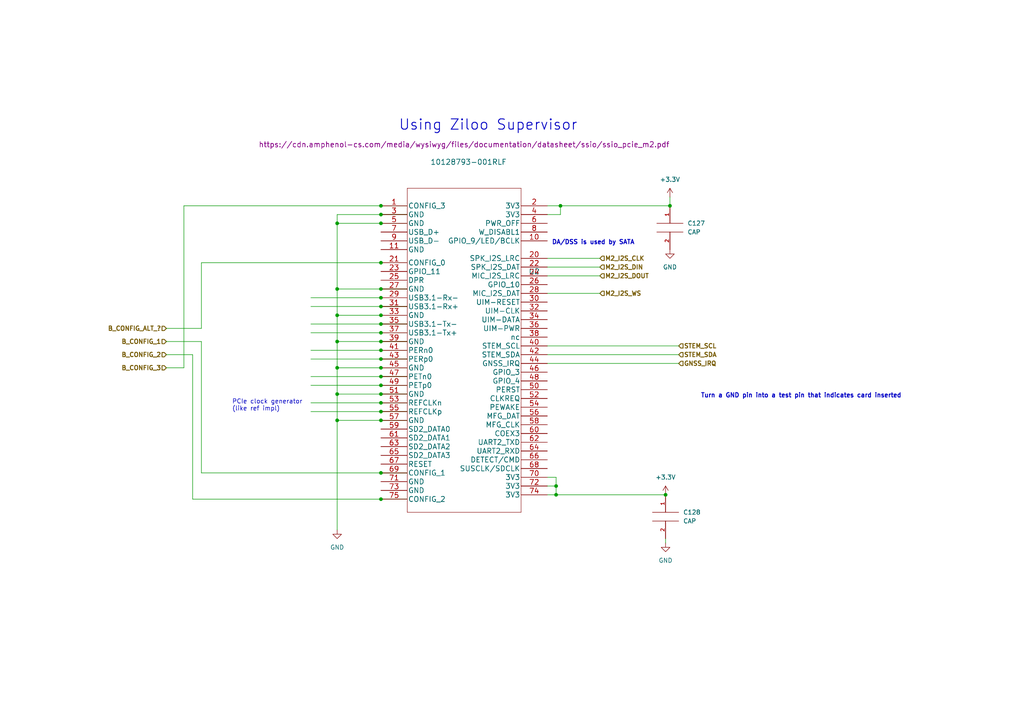
<source format=kicad_sch>
(kicad_sch (version 20211123) (generator eeschema)
  (paper "A4")
  (lib_symbols
    (symbol "Ziloo:10128793-001RLF" (pin_names (offset 0.254))
      (property "Reference" "U" (at -1.27 44.45 0))
      (property "Value" "10128793-001RLF" (at 1.27 41.91 0))
      (property "Datasheet" "https://cdn.amphenol-cs.com/media/wysiwyg/files/documentation/datasheet/ssio/ssio_pcie_m2.pdf" (at 2.54 -62.23 0))
      (symbol "10128793-001RLF_1_1"
        (polyline (pts (xy -16.51 -54.61) (xy 16.51 -54.61)) (stroke (width 0.127)))
        (polyline (pts (xy -16.51 39.37) (xy -16.51 -54.61)) (stroke (width 0.127)))
        (polyline (pts (xy 16.51 -54.61) (xy 16.51 39.37)) (stroke (width 0.127)))
        (polyline (pts (xy 16.51 39.37) (xy -16.51 39.37)) (stroke (width 0.127)))
        (pin unspecified line (at -24.13 34.29 0) (length 7.62) (name "CONFIG_3") (number "1"))
        (pin unspecified line (at 24.13 24.13 180) (length 7.62) (name "GPIO_9/LED/BCLK") (number "10"))
        (pin unspecified line (at -24.13 21.59 0) (length 7.62) (name "GND") (number "11"))
        (pin unspecified line (at 24.13 34.29 180) (length 7.62) (name "3V3") (number "2"))
        (pin unspecified line (at 24.13 19.05 180) (length 7.62) (name "SPK_I2S_LRC") (number "20"))
        (pin unspecified line (at -24.13 17.78 0) (length 7.62) (name "CONFIG_0") (number "21"))
        (pin unspecified line (at 24.13 16.51 180) (length 7.62) (name "SPK_I2S_DAT") (number "22"))
        (pin unspecified line (at -24.13 15.24 0) (length 7.62) (name "GPIO_11") (number "23"))
        (pin unspecified line (at 24.13 13.97 180) (length 7.62) (name "MIC_I2S_LRC") (number "24"))
        (pin output line (at -24.13 12.7 0) (length 7.62) (name "DPR") (number "25"))
        (pin unspecified line (at 24.13 11.43 180) (length 7.62) (name "GPIO_10") (number "26"))
        (pin unspecified line (at -24.13 10.16 0) (length 7.62) (name "GND") (number "27"))
        (pin unspecified line (at 24.13 8.89 180) (length 7.62) (name "MIC_I2S_DAT") (number "28"))
        (pin unspecified line (at -24.13 7.62 0) (length 7.62) (name "USB3.1-Rx-") (number "29"))
        (pin unspecified line (at -24.13 31.75 0) (length 7.62) (name "GND") (number "3"))
        (pin unspecified line (at 24.13 6.35 180) (length 7.62) (name "UIM-RESET") (number "30"))
        (pin unspecified line (at -24.13 5.08 0) (length 7.62) (name "USB3.1-Rx+") (number "31"))
        (pin unspecified line (at 24.13 3.81 180) (length 7.62) (name "UIM-CLK") (number "32"))
        (pin unspecified line (at -24.13 2.54 0) (length 7.62) (name "GND") (number "33"))
        (pin unspecified line (at 24.13 1.27 180) (length 7.62) (name "UIM-DATA") (number "34"))
        (pin unspecified line (at -24.13 0 0) (length 7.62) (name "USB3.1-Tx-") (number "35"))
        (pin unspecified line (at 24.13 -1.27 180) (length 7.62) (name "UIM-PWR") (number "36"))
        (pin unspecified line (at -24.13 -2.54 0) (length 7.62) (name "USB3.1-Tx+") (number "37"))
        (pin unspecified line (at 24.13 -3.81 180) (length 7.62) (name "nc") (number "38"))
        (pin unspecified line (at -24.13 -5.08 0) (length 7.62) (name "GND") (number "39"))
        (pin unspecified line (at 24.13 31.75 180) (length 7.62) (name "3V3") (number "4"))
        (pin unspecified line (at 24.13 -6.35 180) (length 7.62) (name "STEM_SCL") (number "40"))
        (pin unspecified line (at -24.13 -7.62 0) (length 7.62) (name "PERn0") (number "41"))
        (pin unspecified line (at 24.13 -8.89 180) (length 7.62) (name "STEM_SDA") (number "42"))
        (pin unspecified line (at -24.13 -10.16 0) (length 7.62) (name "PERp0") (number "43"))
        (pin unspecified line (at 24.13 -11.43 180) (length 7.62) (name "GNSS_IRQ") (number "44"))
        (pin unspecified line (at -24.13 -12.7 0) (length 7.62) (name "GND") (number "45"))
        (pin unspecified line (at 24.13 -13.97 180) (length 7.62) (name "GPIO_3") (number "46"))
        (pin unspecified line (at -24.13 -15.24 0) (length 7.62) (name "PETn0") (number "47"))
        (pin unspecified line (at 24.13 -16.51 180) (length 7.62) (name "GPIO_4") (number "48"))
        (pin unspecified line (at -24.13 -17.78 0) (length 7.62) (name "PETp0") (number "49"))
        (pin unspecified line (at -24.13 29.21 0) (length 7.62) (name "GND") (number "5"))
        (pin unspecified line (at 24.13 -19.05 180) (length 7.62) (name "PERST") (number "50"))
        (pin unspecified line (at -24.13 -20.32 0) (length 7.62) (name "GND") (number "51"))
        (pin unspecified line (at 24.13 -21.59 180) (length 7.62) (name "CLKREQ") (number "52"))
        (pin unspecified line (at -24.13 -22.86 0) (length 7.62) (name "REFCLKn") (number "53"))
        (pin unspecified line (at 24.13 -24.13 180) (length 7.62) (name "PEWAKE") (number "54"))
        (pin unspecified line (at -24.13 -25.4 0) (length 7.62) (name "REFCLKp") (number "55"))
        (pin unspecified line (at 24.13 -26.67 180) (length 7.62) (name "MFG_DAT") (number "56"))
        (pin unspecified line (at -24.13 -27.94 0) (length 7.62) (name "GND") (number "57"))
        (pin unspecified line (at 24.13 -29.21 180) (length 7.62) (name "MFG_CLK") (number "58"))
        (pin input line (at -24.13 -30.48 0) (length 7.62) (name "SD2_DATA0") (number "59"))
        (pin output line (at 24.13 29.21 180) (length 7.62) (name "PWR_OFF") (number "6"))
        (pin unspecified line (at 24.13 -31.75 180) (length 7.62) (name "COEX3") (number "60"))
        (pin input line (at -24.13 -33.02 0) (length 7.62) (name "SD2_DATA1") (number "61"))
        (pin output line (at 24.13 -34.29 180) (length 7.62) (name "UART2_TXD") (number "62"))
        (pin input line (at -24.13 -35.56 0) (length 7.62) (name "SD2_DATA2") (number "63"))
        (pin input line (at 24.13 -36.83 180) (length 7.62) (name "UART2_RXD") (number "64"))
        (pin input line (at -24.13 -38.1 0) (length 7.62) (name "SD2_DATA3") (number "65"))
        (pin unspecified line (at 24.13 -39.37 180) (length 7.62) (name "DETECT/CMD") (number "66"))
        (pin output line (at -24.13 -40.64 0) (length 7.62) (name "RESET") (number "67"))
        (pin unspecified line (at 24.13 -41.91 180) (length 7.62) (name "SUSCLK/SDCLK") (number "68"))
        (pin unspecified line (at -24.13 -43.18 0) (length 7.62) (name "CONFIG_1") (number "69"))
        (pin unspecified line (at -24.13 26.67 0) (length 7.62) (name "USB_D+") (number "7"))
        (pin unspecified line (at 24.13 -44.45 180) (length 7.62) (name "3V3") (number "70"))
        (pin unspecified line (at -24.13 -45.72 0) (length 7.62) (name "GND") (number "71"))
        (pin unspecified line (at 24.13 -46.99 180) (length 7.62) (name "3V3") (number "72"))
        (pin unspecified line (at -24.13 -48.26 0) (length 7.62) (name "GND") (number "73"))
        (pin unspecified line (at 24.13 -49.53 180) (length 7.62) (name "3V3") (number "74"))
        (pin unspecified line (at -24.13 -50.8 0) (length 7.62) (name "CONFIG_2") (number "75"))
        (pin output line (at 24.13 26.67 180) (length 7.62) (name "W_DISABL1") (number "8"))
        (pin unspecified line (at -24.13 24.13 0) (length 7.62) (name "USB_D-") (number "9"))
      )
    )
    (symbol "power:+3.3V" (power) (pin_names (offset 0))
      (property "Value" "+3.3V" (at 0 3.556 0))
      (symbol "+3.3V_0_1"
        (polyline (pts (xy -0.762 1.27) (xy 0 2.54)))
        (polyline (pts (xy 0 0) (xy 0 2.54)))
        (polyline (pts (xy 0 2.54) (xy 0.762 1.27)))
      )
      (symbol "+3.3V_1_1"
        (pin power_in line (at 0 0 90) (length 0) hide (name "+3.3V") (number "1"))
      )
    )
    (symbol "power:GND" (power) (pin_names (offset 0))
      (property "Value" "GND" (at 0 -3.81 0))
      (symbol "GND_0_1"
        (polyline (pts (xy 0 0) (xy 0 -1.27) (xy 1.27 -1.27) (xy 0 -2.54) (xy -1.27 -1.27) (xy 0 -1.27)))
      )
      (symbol "GND_1_1"
        (pin power_in line (at 0 0 270) (length 0) hide (name "GND") (number "1"))
      )
    )
    (symbol "pspice:CAP" (pin_names (offset 0.254))
      (property "Reference" "C" (at 2.54 3.81 90))
      (property "Value" "CAP" (at 2.54 -3.81 90))
      (symbol "CAP_0_1"
        (polyline (pts (xy -3.81 -1.27) (xy 3.81 -1.27)))
        (polyline (pts (xy -3.81 1.27) (xy 3.81 1.27)))
      )
      (symbol "CAP_1_1"
        (pin passive line (at 0 6.35 270) (length 5.08) (name "~") (number "1"))
        (pin passive line (at 0 -6.35 90) (length 5.08) (name "~") (number "2"))
      )
    )
  )
  (junction (at 97.79 106.68))
  (junction (at 110.49 99.06))
  (junction (at 97.79 64.77))
  (junction (at 110.49 62.23))
  (junction (at 110.49 119.38))
  (junction (at 161.29 140.97))
  (junction (at 110.49 144.78))
  (junction (at 110.49 104.14))
  (junction (at 110.49 86.36))
  (junction (at 110.49 93.98))
  (junction (at 110.49 91.44))
  (junction (at 110.49 88.9))
  (junction (at 110.49 76.2))
  (junction (at 97.79 83.82))
  (junction (at 110.49 64.77))
  (junction (at 161.29 143.51))
  (junction (at 110.49 111.76))
  (junction (at 110.49 106.68))
  (junction (at 110.49 114.3))
  (junction (at 193.04 143.51))
  (junction (at 110.49 116.84))
  (junction (at 110.49 96.52))
  (junction (at 97.79 121.92))
  (junction (at 110.49 59.69))
  (junction (at 110.49 109.22))
  (junction (at 97.79 114.3))
  (junction (at 110.49 101.6))
  (junction (at 110.49 121.92))
  (junction (at 97.79 99.06))
  (junction (at 110.49 137.16))
  (junction (at 97.79 91.44))
  (junction (at 162.56 59.69))
  (junction (at 110.49 83.82))
  (junction (at 194.31 59.69))
  (wire (pts (xy 193.04 156.21) (xy 193.04 157.48)))
  (wire (pts (xy 161.29 143.51) (xy 193.04 143.51)))
  (wire (pts (xy 110.49 101.6) (xy 118.11 101.6)))
  (wire (pts (xy 110.49 59.69) (xy 118.11 59.69)))
  (wire (pts (xy 158.75 100.33) (xy 196.85 100.33)))
  (wire (pts (xy 110.49 104.14) (xy 118.11 104.14)))
  (wire (pts (xy 161.29 138.43) (xy 161.29 140.97)))
  (wire (pts (xy 158.75 80.01) (xy 173.99 80.01)))
  (wire (pts (xy 162.56 62.23) (xy 162.56 59.69)))
  (wire (pts (xy 158.75 62.23) (xy 162.56 62.23)))
  (wire (pts (xy 97.79 64.77) (xy 97.79 83.82)))
  (wire (pts (xy 90.17 116.84) (xy 110.49 116.84)))
  (wire (pts (xy 110.49 93.98) (xy 118.11 93.98)))
  (wire (pts (xy 90.17 109.22) (xy 110.49 109.22)))
  (wire (pts (xy 90.17 119.38) (xy 110.49 119.38)))
  (wire (pts (xy 90.17 96.52) (xy 110.49 96.52)))
  (wire (pts (xy 194.31 59.69) (xy 194.31 57.15)))
  (wire (pts (xy 161.29 140.97) (xy 161.29 143.51)))
  (wire (pts (xy 110.49 144.78) (xy 118.11 144.78)))
  (wire (pts (xy 110.49 106.68) (xy 118.11 106.68)))
  (wire (pts (xy 110.49 114.3) (xy 118.11 114.3)))
  (wire (pts (xy 158.75 105.41) (xy 196.85 105.41)))
  (wire (pts (xy 90.17 104.14) (xy 110.49 104.14)))
  (wire (pts (xy 110.49 116.84) (xy 118.11 116.84)))
  (wire (pts (xy 97.79 106.68) (xy 97.79 114.3)))
  (wire (pts (xy 48.26 106.68) (xy 53.34 106.68)))
  (wire (pts (xy 110.49 64.77) (xy 118.11 64.77)))
  (wire (pts (xy 97.79 121.92) (xy 110.49 121.92)))
  (wire (pts (xy 110.49 137.16) (xy 118.11 137.16)))
  (wire (pts (xy 90.17 93.98) (xy 110.49 93.98)))
  (wire (pts (xy 58.42 137.16) (xy 110.49 137.16)))
  (wire (pts (xy 90.17 86.36) (xy 110.49 86.36)))
  (wire (pts (xy 97.79 91.44) (xy 97.79 99.06)))
  (wire (pts (xy 97.79 121.92) (xy 97.79 153.67)))
  (wire (pts (xy 48.26 95.25) (xy 58.42 95.25)))
  (wire (pts (xy 97.79 99.06) (xy 97.79 106.68)))
  (wire (pts (xy 53.34 106.68) (xy 53.34 59.69)))
  (wire (pts (xy 158.75 138.43) (xy 161.29 138.43)))
  (wire (pts (xy 110.49 88.9) (xy 118.11 88.9)))
  (wire (pts (xy 110.49 86.36) (xy 118.11 86.36)))
  (wire (pts (xy 90.17 88.9) (xy 110.49 88.9)))
  (wire (pts (xy 58.42 76.2) (xy 110.49 76.2)))
  (wire (pts (xy 110.49 91.44) (xy 118.11 91.44)))
  (wire (pts (xy 158.75 77.47) (xy 173.99 77.47)))
  (wire (pts (xy 90.17 111.76) (xy 110.49 111.76)))
  (wire (pts (xy 97.79 62.23) (xy 110.49 62.23)))
  (wire (pts (xy 55.88 102.87) (xy 55.88 144.78)))
  (wire (pts (xy 110.49 119.38) (xy 118.11 119.38)))
  (wire (pts (xy 97.79 62.23) (xy 97.79 64.77)))
  (wire (pts (xy 162.56 59.69) (xy 194.31 59.69)))
  (wire (pts (xy 110.49 99.06) (xy 118.11 99.06)))
  (wire (pts (xy 158.75 59.69) (xy 162.56 59.69)))
  (wire (pts (xy 158.75 74.93) (xy 173.99 74.93)))
  (wire (pts (xy 97.79 64.77) (xy 110.49 64.77)))
  (wire (pts (xy 97.79 83.82) (xy 97.79 91.44)))
  (wire (pts (xy 53.34 59.69) (xy 110.49 59.69)))
  (wire (pts (xy 110.49 96.52) (xy 118.11 96.52)))
  (wire (pts (xy 158.75 85.09) (xy 173.99 85.09)))
  (wire (pts (xy 110.49 111.76) (xy 118.11 111.76)))
  (wire (pts (xy 48.26 99.06) (xy 58.42 99.06)))
  (wire (pts (xy 158.75 102.87) (xy 196.85 102.87)))
  (wire (pts (xy 110.49 83.82) (xy 118.11 83.82)))
  (wire (pts (xy 55.88 144.78) (xy 110.49 144.78)))
  (wire (pts (xy 97.79 114.3) (xy 110.49 114.3)))
  (wire (pts (xy 90.17 101.6) (xy 110.49 101.6)))
  (wire (pts (xy 110.49 121.92) (xy 118.11 121.92)))
  (wire (pts (xy 97.79 106.68) (xy 110.49 106.68)))
  (wire (pts (xy 48.26 102.87) (xy 55.88 102.87)))
  (wire (pts (xy 97.79 83.82) (xy 110.49 83.82)))
  (wire (pts (xy 97.79 99.06) (xy 110.49 99.06)))
  (wire (pts (xy 110.49 76.2) (xy 118.11 76.2)))
  (wire (pts (xy 158.75 143.51) (xy 161.29 143.51)))
  (wire (pts (xy 97.79 91.44) (xy 110.49 91.44)))
  (wire (pts (xy 110.49 62.23) (xy 118.11 62.23)))
  (wire (pts (xy 97.79 114.3) (xy 97.79 121.92)))
  (wire (pts (xy 58.42 95.25) (xy 58.42 76.2)))
  (wire (pts (xy 158.75 140.97) (xy 161.29 140.97)))
  (wire (pts (xy 58.42 99.06) (xy 58.42 137.16)))
  (wire (pts (xy 110.49 109.22) (xy 118.11 109.22)))
  (text "DA/DSS is used by SATA\n" (at 160.02 71.12 0) (effects (font (size 1.27 1.27) bold) (justify left bottom)))
  (text "PCIe clock generator \n(like ref impl)\n" (at 67.31 119.38 0) (effects (font (size 1.27 1.27)) (justify left bottom)))
  (text "Using Ziloo Supervisor" (at 115.57 38.1 0) (effects (font (size 3 3) (thickness 0.254) bold) (justify left bottom)))
  (text "Turn a GND pin into a test pin that indicates card inserted" (at 203.2 115.57 0) (effects (font (size 1.27 1.27) bold) (justify left bottom)))
  (hierarchical_label "B_CONFIG_3" (shape input) (at 48.26 106.68 180) (effects (font bold)))
  (hierarchical_label "M2_I2S_DIN" (shape input) (at 173.99 77.47 0) (effects (font bold)))
  (hierarchical_label "B_CONFIG_2" (shape input) (at 48.26 102.87 180) (effects (font bold)))
  (hierarchical_label "M2_I2S_DOUT" (shape input) (at 173.99 80.01 0) (effects (font bold)))
  (hierarchical_label "STEM_SDA" (shape input) (at 196.85 102.87 0) (effects (font bold)))
  (hierarchical_label "M2_I2S_CLK" (shape input) (at 173.99 74.93 0) (effects (font bold)))
  (hierarchical_label "GNSS_IRQ" (shape input) (at 196.85 105.41 0) (effects (font bold)))
  (hierarchical_label "B_CONFIG_ALT_?" (shape input) (at 48.26 95.25 180) (effects (font bold)))
  (hierarchical_label "STEM_SCL" (shape input) (at 196.85 100.33 0) (effects (font bold)))
  (hierarchical_label "B_CONFIG_1" (shape input) (at 48.26 99.06 180) (effects (font bold)))
  (hierarchical_label "M2_I2S_WS" (shape input) (at 173.99 85.09 0) (effects (font bold)))
  (symbol (lib_id "power:GND") (at 193.04 157.48 0) (unit 1)
    (property "Reference" "#PWR0111" (effects hide))
    (property "Value" "GND" (at 193.04 162.56 0))
  )
  (symbol (lib_id "power:+3.3V") (at 194.31 57.15 0) (unit 1)
    (property "Reference" "#PWR0113" (effects hide))
    (property "Value" "+3.3V" (at 194.31 52.07 0))
  )
  (symbol (lib_id "power:+3.3V") (at 193.04 143.51 0) (unit 1)
    (property "Reference" "#PWR0112" (effects hide))
    (property "Value" "+3.3V" (at 193.04 138.43 0))
  )
  (symbol (lib_id "Ziloo:10128793-001RLF") (at 134.62 93.98 0) (unit 1)
    (property "Reference" "U2" (at 154.94 78.74 0) (effects (font (size 1.524 1.524))))
    (property "Value" "10128793-001RLF" (at 135.89 46.99 0) (effects (font (size 1.524 1.524))))
    (property "Footprint" "Ziloo:10128793-001RLF" (effects hide))
    (property "Datasheet" "https://cdn.amphenol-cs.com/media/wysiwyg/files/documentation/datasheet/ssio/ssio_pcie_m2.pdf" (at 134.62 41.91 0) (effects (font (size 1.524 1.524))))
  )
  (symbol (lib_id "pspice:CAP") (at 194.31 66.04 0) (unit 1)
    (property "Reference" "C127" (at 199.39 64.7699 0) (effects (justify left)))
    (property "Value" "CAP" (at 199.39 67.3099 0) (effects (justify left)))
    (property "Footprint" "Capacitor_SMD:C_1210_3225Metric" (effects hide))
  )
  (symbol (lib_id "power:GND") (at 194.31 72.39 0) (unit 1)
    (property "Reference" "#PWR0110" (effects hide))
    (property "Value" "GND" (at 194.31 77.47 0))
  )
  (symbol (lib_id "pspice:CAP") (at 193.04 149.86 0) (unit 1)
    (property "Reference" "C128" (at 198.12 148.5899 0) (effects (justify left)))
    (property "Value" "CAP" (at 198.12 151.1299 0) (effects (justify left)))
    (property "Footprint" "Capacitor_SMD:C_1210_3225Metric" (effects hide))
  )
  (symbol (lib_id "power:GND") (at 97.79 153.67 0) (unit 1)
    (property "Reference" "#PWR0114" (effects hide))
    (property "Value" "GND" (at 97.79 158.75 0))
  )
)
</source>
